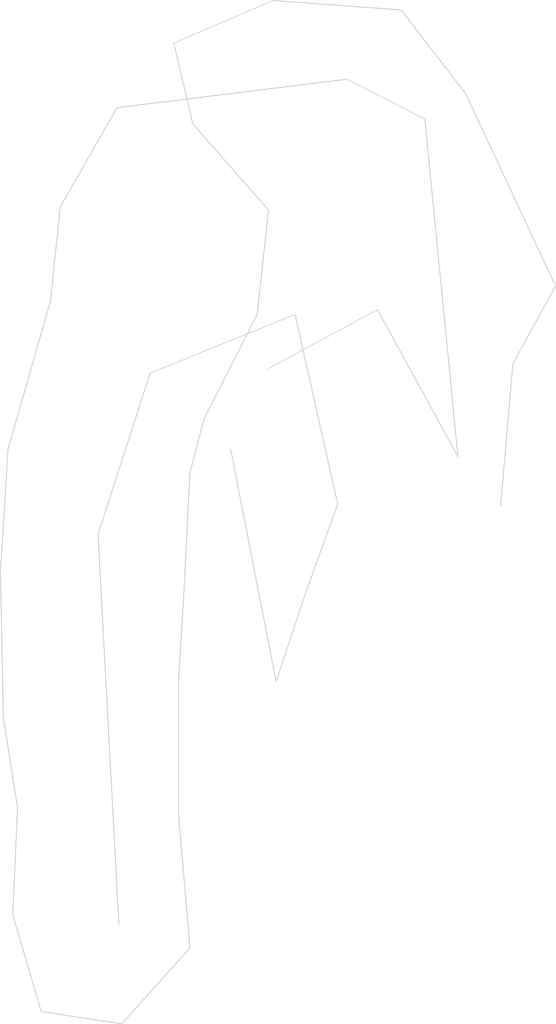
<source format=kicad_pcb>
(kicad_pcb (version 20211014) (generator pcbnew)

  (general
    (thickness 1.6)
  )

  (paper "A4")
  (layers
    (0 "F.Cu" signal)
    (31 "B.Cu" signal)
    (32 "B.Adhes" user "B.Adhesive")
    (33 "F.Adhes" user "F.Adhesive")
    (34 "B.Paste" user)
    (35 "F.Paste" user)
    (36 "B.SilkS" user "B.Silkscreen")
    (37 "F.SilkS" user "F.Silkscreen")
    (38 "B.Mask" user)
    (39 "F.Mask" user)
    (40 "Dwgs.User" user "User.Drawings")
    (41 "Cmts.User" user "User.Comments")
    (42 "Eco1.User" user "User.Eco1")
    (43 "Eco2.User" user "User.Eco2")
    (44 "Edge.Cuts" user)
    (45 "Margin" user)
    (46 "B.CrtYd" user "B.Courtyard")
    (47 "F.CrtYd" user "F.Courtyard")
    (48 "B.Fab" user)
    (49 "F.Fab" user)
    (50 "User.1" user)
    (51 "User.2" user)
    (52 "User.3" user)
    (53 "User.4" user)
    (54 "User.5" user)
    (55 "User.6" user)
    (56 "User.7" user)
    (57 "User.8" user)
    (58 "User.9" user)
  )

  (setup
    (pad_to_mask_clearance 0)
    (pcbplotparams
      (layerselection 0x00010fc_ffffffff)
      (disableapertmacros false)
      (usegerberextensions false)
      (usegerberattributes true)
      (usegerberadvancedattributes true)
      (creategerberjobfile true)
      (svguseinch false)
      (svgprecision 6)
      (excludeedgelayer true)
      (plotframeref false)
      (viasonmask false)
      (mode 1)
      (useauxorigin false)
      (hpglpennumber 1)
      (hpglpenspeed 20)
      (hpglpendiameter 15.000000)
      (dxfpolygonmode true)
      (dxfimperialunits true)
      (dxfusepcbnewfont true)
      (psnegative false)
      (psa4output false)
      (plotreference true)
      (plotvalue true)
      (plotinvisibletext false)
      (sketchpadsonfab false)
      (subtractmaskfromsilk false)
      (outputformat 1)
      (mirror false)
      (drillshape 1)
      (scaleselection 1)
      (outputdirectory "")
    )
  )

  (net 0 "")

  (gr_line (start -38.3 -68) (end -39.6 -53) (layer "Edge.Cuts") (width 0.1) (tstamp 0454b0ed-4e94-46b1-9058-7210ddee62e4))
  (gr_line (start -70.9 -62.2) (end -65.3 -73.2) (layer "Edge.Cuts") (width 0.1) (tstamp 0673bd15-bb27-42a3-b8dd-ff34de638161))
  (gr_line (start -88.1 0.3) (end -79.6 1.6) (layer "Edge.Cuts") (width 0.1) (tstamp 0e11718f-21aa-474d-9bf4-88d875870740))
  (gr_line (start -92.4 -46.2) (end -92.1 -30.7) (layer "Edge.Cuts") (width 0.1) (tstamp 0e1c6bbc-4cc4-4ce9-b48a-8292bb286da8))
  (gr_line (start -90.6 -21.2) (end -91.1 -9.9) (layer "Edge.Cuts") (width 0.1) (tstamp 0f6b89db-12ed-4dac-b3ce-819a49798117))
  (gr_line (start -52.6 -73.7) (end -44.1 -58.2) (layer "Edge.Cuts") (width 0.1) (tstamp 16aa2316-1a67-45e5-b6c4-e59dd85814f4))
  (gr_line (start -65.3 -73.2) (end -64.1 -84.2) (layer "Edge.Cuts") (width 0.1) (tstamp 1b73c962-e471-4ec3-ab97-9114c97a5609))
  (gr_line (start -64.1 -84.2) (end -72.1 -93.3) (layer "Edge.Cuts") (width 0.1) (tstamp 1c55eaff-dfb6-4adc-bdb2-1121eb73358d))
  (gr_line (start -56.8 -53.2) (end -60.3 -43.5) (layer "Edge.Cuts") (width 0.1) (tstamp 1eca5f72-2356-4c55-919d-595727faf3b9))
  (gr_line (start -91.1 -9.9) (end -88.1 0.3) (layer "Edge.Cuts") (width 0.1) (tstamp 2be498d5-e7b2-4098-b853-d60412f65c3b))
  (gr_line (start -72.4 -56.5) (end -70.9 -62.2) (layer "Edge.Cuts") (width 0.1) (tstamp 2edba9d3-c333-4296-851f-3df46822dd7b))
  (gr_line (start -86.1 -84.5) (end -87.1 -74.7) (layer "Edge.Cuts") (width 0.1) (tstamp 3db00451-fbc3-4980-9f8f-a31cdc894554))
  (gr_line (start -79.9 -8.9) (end -82.1 -50) (layer "Edge.Cuts") (width 0.1) (tstamp 3f43c2dc-daa2-45ba-b8ca-7ae5aebed882))
  (gr_line (start -79.6 1.6) (end -72.4 -6.4) (layer "Edge.Cuts") (width 0.1) (tstamp 41e442c4-3daa-4776-bd79-7990c939b354))
  (gr_line (start -63.3 -34.5) (end -68.1 -59) (layer "Edge.Cuts") (width 0.1) (tstamp 4375ab9a-cebb-448a-bb75-1fa4fe977171))
  (gr_line (start -73.1 -42.7) (end -72.4 -56.5) (layer "Edge.Cuts") (width 0.1) (tstamp 45c7911f-b027-440e-9e3e-77a146b41944))
  (gr_line (start -64.1 -67.5) (end -52.6 -73.7) (layer "Edge.Cuts") (width 0.1) (tstamp 5b867f3d-ce38-4d21-95dd-fe114f76e9dc))
  (gr_line (start -80.1 -95) (end -86.1 -84.5) (layer "Edge.Cuts") (width 0.1) (tstamp 5bd90e77-727e-49e2-881e-09f4ce3768d4))
  (gr_line (start -73.6 -34.7) (end -73.1 -42.7) (layer "Edge.Cuts") (width 0.1) (tstamp 5ecea6c7-cbcd-4340-9db8-55b54a886e1e))
  (gr_line (start -43.3 -96.5) (end -33.8 -76.2) (layer "Edge.Cuts") (width 0.1) (tstamp 5f883bdf-20bc-42c6-8194-9d44dfe04af6))
  (gr_line (start -91.6 -59) (end -92.4 -46.2) (layer "Edge.Cuts") (width 0.1) (tstamp 6e24aa9b-c7e6-40f2-905b-b9c541e0e2f6))
  (gr_line (start -33.8 -76.2) (end -38.3 -68) (layer "Edge.Cuts") (width 0.1) (tstamp 74bbc32f-8eb0-4d3c-9612-5a45a4c49fbd))
  (gr_line (start -55.8 -98) (end -80.1 -95) (layer "Edge.Cuts") (width 0.1) (tstamp 782e74f8-8e76-4e6f-bfec-df9b9d96b19d))
  (gr_line (start -74.1 -101.8) (end -63.6 -106.3) (layer "Edge.Cuts") (width 0.1) (tstamp 7d512d14-3ca4-4934-b506-eb07d268c7dc))
  (gr_line (start -76.6 -67) (end -61.3 -73.2) (layer "Edge.Cuts") (width 0.1) (tstamp 81ab7ed7-7160-4650-b711-4daa2902dc8b))
  (gr_line (start -44.1 -58.2) (end -47.6 -93.8) (layer "Edge.Cuts") (width 0.1) (tstamp 9ad8e352-005c-4299-8beb-56f3b58c96b7))
  (gr_line (start -82.1 -50) (end -76.6 -67) (layer "Edge.Cuts") (width 0.1) (tstamp a04f8542-6c38-4d5c-bdbb-c8e0311a0936))
  (gr_line (start -92.1 -30.7) (end -90.6 -21.2) (layer "Edge.Cuts") (width 0.1) (tstamp a8cdda0e-7b06-4b92-8078-341b4e32614a))
  (gr_line (start -87.1 -74.7) (end -91.6 -59) (layer "Edge.Cuts") (width 0.1) (tstamp b400c80e-5312-495d-b0d5-8365ed4de032))
  (gr_line (start -50.1 -105.3) (end -43.3 -96.5) (layer "Edge.Cuts") (width 0.1) (tstamp bade9875-e59b-4d52-b529-c48d7c265fc4))
  (gr_line (start -60.3 -43.5) (end -63.3 -34.5) (layer "Edge.Cuts") (width 0.1) (tstamp bb5e8a0f-2ed5-4c2a-91b7-cb63c4c66e15))
  (gr_line (start -72.4 -6.4) (end -73.6 -20.5) (layer "Edge.Cuts") (width 0.1) (tstamp bf8bfbb4-4b7a-430e-865f-8acab9f8c04d))
  (gr_line (start -47.6 -93.8) (end -55.8 -98) (layer "Edge.Cuts") (width 0.1) (tstamp bf958b11-f26e-429d-9cb0-d1379a98f463))
  (gr_line (start -72.1 -93.3) (end -74.1 -101.8) (layer "Edge.Cuts") (width 0.1) (tstamp c97ec1e3-38c3-4514-9704-1b06a25c7c8d))
  (gr_line (start -63.6 -106.3) (end -50.1 -105.3) (layer "Edge.Cuts") (width 0.1) (tstamp cc016ca4-b9a4-4d80-91ba-91d6e0df5bcc))
  (gr_line (start -61.3 -73.2) (end -56.8 -53.2) (layer "Edge.Cuts") (width 0.1) (tstamp d33c6077-a8ec-48ca-b0e0-97f3539ef54c))
  (gr_line (start -73.6 -20.5) (end -73.6 -34.7) (layer "Edge.Cuts") (width 0.1) (tstamp e1754158-40dc-4df5-848e-7e0c189ace53))

)

</source>
